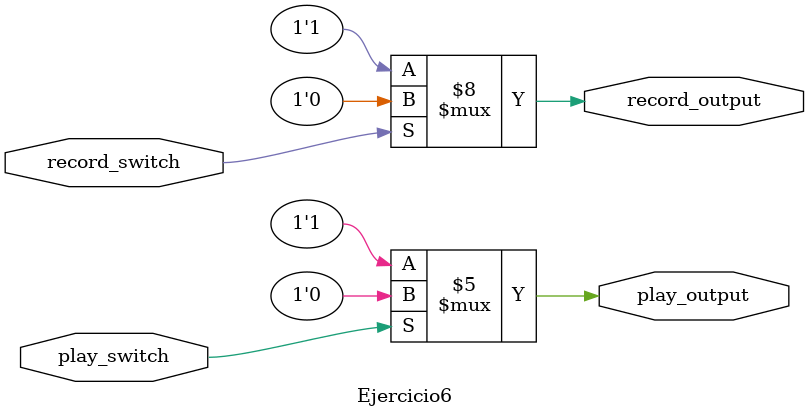
<source format=v>
module Ejercicio6(
    // --- Entradas de Control ---
    input  wire record_switch,     // Interruptor para activar la grabación
    input  wire play_switch,       // Interruptor para activar la reproducción
    
    // --- Salidas de Estado ---
    // Deben ser 'reg' porque se asignan dentro de un bloque 'always'
    output reg  record_output,     
    output reg  play_output        
);

    // Bloque que se ejecuta siempre que una de las entradas cambie
    always @(*) begin
        // Lógica para la salida de grabación
        if (record_switch == 0) begin
            record_output = 1;
        end else begin
            record_output = 0;
        end

        // Lógica para la salida de reproducción
        if (play_switch == 0) begin
            play_output = 1;
        end else begin
            play_output = 0;
        end
    end

endmodule
</source>
